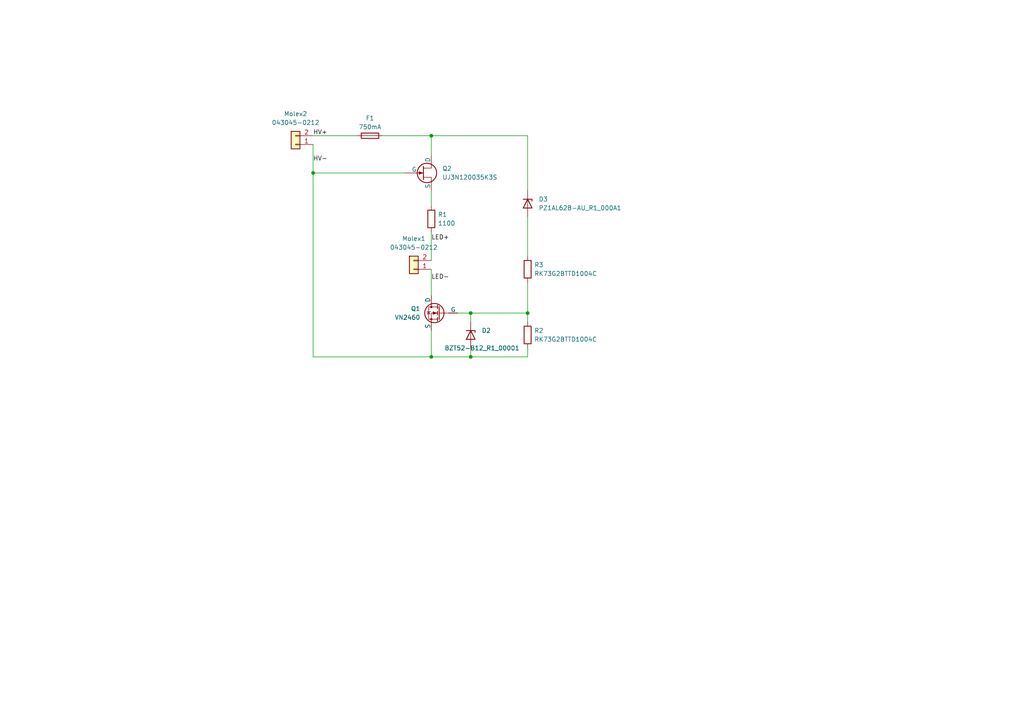
<source format=kicad_sch>
(kicad_sch (version 20230121) (generator eeschema)

  (uuid d0262e13-a8ab-42db-962e-1ef7dd9c8d4a)

  (paper "A4")

  (lib_symbols
    (symbol "Connector_Generic:Conn_01x02" (pin_names (offset 1.016) hide) (in_bom yes) (on_board yes)
      (property "Reference" "J" (at 0 2.54 0)
        (effects (font (size 1.27 1.27)))
      )
      (property "Value" "Conn_01x02" (at 0 -5.08 0)
        (effects (font (size 1.27 1.27)))
      )
      (property "Footprint" "" (at 0 0 0)
        (effects (font (size 1.27 1.27)) hide)
      )
      (property "Datasheet" "~" (at 0 0 0)
        (effects (font (size 1.27 1.27)) hide)
      )
      (property "ki_keywords" "connector" (at 0 0 0)
        (effects (font (size 1.27 1.27)) hide)
      )
      (property "ki_description" "Generic connector, single row, 01x02, script generated (kicad-library-utils/schlib/autogen/connector/)" (at 0 0 0)
        (effects (font (size 1.27 1.27)) hide)
      )
      (property "ki_fp_filters" "Connector*:*_1x??_*" (at 0 0 0)
        (effects (font (size 1.27 1.27)) hide)
      )
      (symbol "Conn_01x02_1_1"
        (rectangle (start -1.27 -2.413) (end 0 -2.667)
          (stroke (width 0.1524) (type default))
          (fill (type none))
        )
        (rectangle (start -1.27 0.127) (end 0 -0.127)
          (stroke (width 0.1524) (type default))
          (fill (type none))
        )
        (rectangle (start -1.27 1.27) (end 1.27 -3.81)
          (stroke (width 0.254) (type default))
          (fill (type background))
        )
        (pin passive line (at -5.08 0 0) (length 3.81)
          (name "Pin_1" (effects (font (size 1.27 1.27))))
          (number "1" (effects (font (size 1.27 1.27))))
        )
        (pin passive line (at -5.08 -2.54 0) (length 3.81)
          (name "Pin_2" (effects (font (size 1.27 1.27))))
          (number "2" (effects (font (size 1.27 1.27))))
        )
      )
    )
    (symbol "Device:D_Zener" (pin_numbers hide) (pin_names (offset 1.016) hide) (in_bom yes) (on_board yes)
      (property "Reference" "D" (at 0 2.54 0)
        (effects (font (size 1.27 1.27)))
      )
      (property "Value" "D_Zener" (at 0 -2.54 0)
        (effects (font (size 1.27 1.27)))
      )
      (property "Footprint" "" (at 0 0 0)
        (effects (font (size 1.27 1.27)) hide)
      )
      (property "Datasheet" "~" (at 0 0 0)
        (effects (font (size 1.27 1.27)) hide)
      )
      (property "ki_keywords" "diode" (at 0 0 0)
        (effects (font (size 1.27 1.27)) hide)
      )
      (property "ki_description" "Zener diode" (at 0 0 0)
        (effects (font (size 1.27 1.27)) hide)
      )
      (property "ki_fp_filters" "TO-???* *_Diode_* *SingleDiode* D_*" (at 0 0 0)
        (effects (font (size 1.27 1.27)) hide)
      )
      (symbol "D_Zener_0_1"
        (polyline
          (pts
            (xy 1.27 0)
            (xy -1.27 0)
          )
          (stroke (width 0) (type default))
          (fill (type none))
        )
        (polyline
          (pts
            (xy -1.27 -1.27)
            (xy -1.27 1.27)
            (xy -0.762 1.27)
          )
          (stroke (width 0.254) (type default))
          (fill (type none))
        )
        (polyline
          (pts
            (xy 1.27 -1.27)
            (xy 1.27 1.27)
            (xy -1.27 0)
            (xy 1.27 -1.27)
          )
          (stroke (width 0.254) (type default))
          (fill (type none))
        )
      )
      (symbol "D_Zener_1_1"
        (pin passive line (at -3.81 0 0) (length 2.54)
          (name "K" (effects (font (size 1.27 1.27))))
          (number "1" (effects (font (size 1.27 1.27))))
        )
        (pin passive line (at 3.81 0 180) (length 2.54)
          (name "A" (effects (font (size 1.27 1.27))))
          (number "2" (effects (font (size 1.27 1.27))))
        )
      )
    )
    (symbol "Device:Fuse" (pin_numbers hide) (pin_names (offset 0)) (in_bom yes) (on_board yes)
      (property "Reference" "F" (at 2.032 0 90)
        (effects (font (size 1.27 1.27)))
      )
      (property "Value" "Fuse" (at -1.905 0 90)
        (effects (font (size 1.27 1.27)))
      )
      (property "Footprint" "" (at -1.778 0 90)
        (effects (font (size 1.27 1.27)) hide)
      )
      (property "Datasheet" "~" (at 0 0 0)
        (effects (font (size 1.27 1.27)) hide)
      )
      (property "ki_keywords" "fuse" (at 0 0 0)
        (effects (font (size 1.27 1.27)) hide)
      )
      (property "ki_description" "Fuse" (at 0 0 0)
        (effects (font (size 1.27 1.27)) hide)
      )
      (property "ki_fp_filters" "*Fuse*" (at 0 0 0)
        (effects (font (size 1.27 1.27)) hide)
      )
      (symbol "Fuse_0_1"
        (rectangle (start -0.762 -2.54) (end 0.762 2.54)
          (stroke (width 0.254) (type default))
          (fill (type none))
        )
        (polyline
          (pts
            (xy 0 2.54)
            (xy 0 -2.54)
          )
          (stroke (width 0) (type default))
          (fill (type none))
        )
      )
      (symbol "Fuse_1_1"
        (pin passive line (at 0 3.81 270) (length 1.27)
          (name "~" (effects (font (size 1.27 1.27))))
          (number "1" (effects (font (size 1.27 1.27))))
        )
        (pin passive line (at 0 -3.81 90) (length 1.27)
          (name "~" (effects (font (size 1.27 1.27))))
          (number "2" (effects (font (size 1.27 1.27))))
        )
      )
    )
    (symbol "Device:R" (pin_numbers hide) (pin_names (offset 0)) (in_bom yes) (on_board yes)
      (property "Reference" "R" (at 2.032 0 90)
        (effects (font (size 1.27 1.27)))
      )
      (property "Value" "R" (at 0 0 90)
        (effects (font (size 1.27 1.27)))
      )
      (property "Footprint" "" (at -1.778 0 90)
        (effects (font (size 1.27 1.27)) hide)
      )
      (property "Datasheet" "~" (at 0 0 0)
        (effects (font (size 1.27 1.27)) hide)
      )
      (property "ki_keywords" "R res resistor" (at 0 0 0)
        (effects (font (size 1.27 1.27)) hide)
      )
      (property "ki_description" "Resistor" (at 0 0 0)
        (effects (font (size 1.27 1.27)) hide)
      )
      (property "ki_fp_filters" "R_*" (at 0 0 0)
        (effects (font (size 1.27 1.27)) hide)
      )
      (symbol "R_0_1"
        (rectangle (start -1.016 -2.54) (end 1.016 2.54)
          (stroke (width 0.254) (type default))
          (fill (type none))
        )
      )
      (symbol "R_1_1"
        (pin passive line (at 0 3.81 270) (length 1.27)
          (name "~" (effects (font (size 1.27 1.27))))
          (number "1" (effects (font (size 1.27 1.27))))
        )
        (pin passive line (at 0 -3.81 90) (length 1.27)
          (name "~" (effects (font (size 1.27 1.27))))
          (number "2" (effects (font (size 1.27 1.27))))
        )
      )
    )
    (symbol "Simulation_SPICE:NJFET" (pin_numbers hide) (pin_names (offset 0)) (in_bom yes) (on_board yes)
      (property "Reference" "Q2" (at 5.715 1.27 0)
        (effects (font (size 1.27 1.27)) (justify left))
      )
      (property "Value" "UJ3N120035K3S" (at 5.715 -1.27 0)
        (effects (font (size 1.27 1.27)) (justify left))
      )
      (property "Footprint" "Package_TO_SOT_THT:TO-247-3_Horizontal_TabDown" (at 5.08 2.54 0)
        (effects (font (size 1.27 1.27)) hide)
      )
      (property "Datasheet" "~" (at 0 0 0)
        (effects (font (size 1.27 1.27)) hide)
      )
      (property "Sim.Device" "NJFET" (at 0 0 0)
        (effects (font (size 1.27 1.27)) hide)
      )
      (property "Sim.Type" "SHICHMANHODGES" (at 0 0 0)
        (effects (font (size 1.27 1.27)) hide)
      )
      (property "Sim.Pins" "1=D 2=G 3=S" (at 0 0 0)
        (effects (font (size 1.27 1.27)) hide)
      )
      (property "ki_keywords" "transistor NJFET N-JFET" (at 0 0 0)
        (effects (font (size 1.27 1.27)) hide)
      )
      (property "ki_description" "N-JFET transistor, for simulation only" (at 0 0 0)
        (effects (font (size 1.27 1.27)) hide)
      )
      (symbol "NJFET_0_1"
        (polyline
          (pts
            (xy 0.254 1.905)
            (xy 0.254 -1.905)
            (xy 0.254 -1.905)
          )
          (stroke (width 0.254) (type default))
          (fill (type none))
        )
        (polyline
          (pts
            (xy 2.54 -2.54)
            (xy 2.54 -1.27)
            (xy 0.254 -1.27)
          )
          (stroke (width 0) (type default))
          (fill (type none))
        )
        (polyline
          (pts
            (xy 2.54 2.54)
            (xy 2.54 1.397)
            (xy 0.254 1.397)
          )
          (stroke (width 0) (type default))
          (fill (type none))
        )
        (polyline
          (pts
            (xy 0 0)
            (xy -1.016 0.381)
            (xy -1.016 -0.381)
            (xy 0 0)
          )
          (stroke (width 0) (type default))
          (fill (type outline))
        )
        (circle (center 1.27 0) (radius 2.8194)
          (stroke (width 0.254) (type default))
          (fill (type none))
        )
      )
      (symbol "NJFET_1_1"
        (pin input line (at -5.08 0 0) (length 5.334)
          (name "G" (effects (font (size 1.27 1.27))))
          (number "1" (effects (font (size 1.27 1.27))))
        )
        (pin passive line (at 2.54 5.08 270) (length 2.54)
          (name "D" (effects (font (size 1.27 1.27))))
          (number "2" (effects (font (size 1.27 1.27))))
        )
        (pin passive line (at 2.54 -5.08 90) (length 2.54)
          (name "S" (effects (font (size 1.27 1.27))))
          (number "3" (effects (font (size 1.27 1.27))))
        )
      )
    )
    (symbol "Simulation_SPICE:NMOS" (pin_numbers hide) (pin_names (offset 0)) (in_bom yes) (on_board yes)
      (property "Reference" "Q1" (at 5.715 1.27 0)
        (effects (font (size 1.27 1.27)) (justify left))
      )
      (property "Value" "VN2460" (at 5.715 -1.27 0)
        (effects (font (size 1.27 1.27)) (justify left))
      )
      (property "Footprint" "Package_TO_SOT_THT:TO-92" (at 5.08 2.54 0)
        (effects (font (size 1.27 1.27)) hide)
      )
      (property "Datasheet" "https://ngspice.sourceforge.io/docs/ngspice-manual.pdf" (at 0 -12.7 0)
        (effects (font (size 1.27 1.27)) hide)
      )
      (property "Sim.Device" "NMOS" (at 0 -17.145 0)
        (effects (font (size 1.27 1.27)) hide)
      )
      (property "Sim.Type" "VDMOS" (at 0 -19.05 0)
        (effects (font (size 1.27 1.27)) hide)
      )
      (property "Sim.Pins" "1=D 2=G 3=S" (at 0 -15.24 0)
        (effects (font (size 1.27 1.27)) hide)
      )
      (property "ki_keywords" "transistor NMOS N-MOS N-MOSFET simulation" (at 0 0 0)
        (effects (font (size 1.27 1.27)) hide)
      )
      (property "ki_description" "N-MOSFET transistor, drain/source/gate" (at 0 0 0)
        (effects (font (size 1.27 1.27)) hide)
      )
      (symbol "NMOS_0_1"
        (polyline
          (pts
            (xy 0.254 0)
            (xy -2.54 0)
          )
          (stroke (width 0) (type default))
          (fill (type none))
        )
        (polyline
          (pts
            (xy 0.254 1.905)
            (xy 0.254 -1.905)
          )
          (stroke (width 0.254) (type default))
          (fill (type none))
        )
        (polyline
          (pts
            (xy 0.762 -1.27)
            (xy 0.762 -2.286)
          )
          (stroke (width 0.254) (type default))
          (fill (type none))
        )
        (polyline
          (pts
            (xy 0.762 0.508)
            (xy 0.762 -0.508)
          )
          (stroke (width 0.254) (type default))
          (fill (type none))
        )
        (polyline
          (pts
            (xy 0.762 2.286)
            (xy 0.762 1.27)
          )
          (stroke (width 0.254) (type default))
          (fill (type none))
        )
        (polyline
          (pts
            (xy 2.54 2.54)
            (xy 2.54 1.778)
          )
          (stroke (width 0) (type default))
          (fill (type none))
        )
        (polyline
          (pts
            (xy 2.54 -2.54)
            (xy 2.54 0)
            (xy 0.762 0)
          )
          (stroke (width 0) (type default))
          (fill (type none))
        )
        (polyline
          (pts
            (xy 0.762 -1.778)
            (xy 3.302 -1.778)
            (xy 3.302 1.778)
            (xy 0.762 1.778)
          )
          (stroke (width 0) (type default))
          (fill (type none))
        )
        (polyline
          (pts
            (xy 1.016 0)
            (xy 2.032 0.381)
            (xy 2.032 -0.381)
            (xy 1.016 0)
          )
          (stroke (width 0) (type default))
          (fill (type outline))
        )
        (polyline
          (pts
            (xy 2.794 0.508)
            (xy 2.921 0.381)
            (xy 3.683 0.381)
            (xy 3.81 0.254)
          )
          (stroke (width 0) (type default))
          (fill (type none))
        )
        (polyline
          (pts
            (xy 3.302 0.381)
            (xy 2.921 -0.254)
            (xy 3.683 -0.254)
            (xy 3.302 0.381)
          )
          (stroke (width 0) (type default))
          (fill (type none))
        )
        (circle (center 1.651 0) (radius 2.794)
          (stroke (width 0.254) (type default))
          (fill (type none))
        )
        (circle (center 2.54 -1.778) (radius 0.254)
          (stroke (width 0) (type default))
          (fill (type outline))
        )
        (circle (center 2.54 1.778) (radius 0.254)
          (stroke (width 0) (type default))
          (fill (type outline))
        )
      )
      (symbol "NMOS_1_1"
        (pin passive line (at 2.54 -5.08 90) (length 2.54)
          (name "S" (effects (font (size 1.27 1.27))))
          (number "1" (effects (font (size 1.27 1.27))))
        )
        (pin input line (at -5.08 0 0) (length 2.54)
          (name "G" (effects (font (size 1.27 1.27))))
          (number "2" (effects (font (size 1.27 1.27))))
        )
        (pin passive line (at 2.54 5.08 270) (length 2.54)
          (name "D" (effects (font (size 1.27 1.27))))
          (number "3" (effects (font (size 1.27 1.27))))
        )
      )
    )
  )

  (junction (at 90.805 50.165) (diameter 0) (color 0 0 0 0)
    (uuid 004363d5-6175-4231-8a4f-49e7f99b0da5)
  )
  (junction (at 125.095 39.37) (diameter 0) (color 0 0 0 0)
    (uuid 5ed733c4-cea3-4a23-9a2a-148f2c858fbd)
  )
  (junction (at 153.035 90.805) (diameter 0) (color 0 0 0 0)
    (uuid 859a40b9-1ec8-44d5-9d46-8a2b1cef5ef3)
  )
  (junction (at 136.525 103.505) (diameter 0) (color 0 0 0 0)
    (uuid b5ae9fa1-cb92-4359-af29-58a8430fb61e)
  )
  (junction (at 125.095 103.505) (diameter 0) (color 0 0 0 0)
    (uuid e338606f-20d5-4c64-bbe6-8d4c91062c69)
  )
  (junction (at 136.525 90.805) (diameter 0) (color 0 0 0 0)
    (uuid e6f05ca1-a590-472d-829e-2f614e579656)
  )

  (wire (pts (xy 153.035 62.865) (xy 153.035 74.295))
    (stroke (width 0) (type default))
    (uuid 0ee53856-b6a0-4068-be06-d84eb002cd82)
  )
  (wire (pts (xy 111.125 39.37) (xy 125.095 39.37))
    (stroke (width 0) (type default))
    (uuid 1f929640-d5a3-4c03-bc9a-1d93cf7d16ac)
  )
  (wire (pts (xy 125.095 55.245) (xy 125.095 59.69))
    (stroke (width 0) (type default))
    (uuid 216039f0-7cbc-46f2-8a6e-cf72502bf5e8)
  )
  (wire (pts (xy 125.095 103.505) (xy 90.805 103.505))
    (stroke (width 0) (type default))
    (uuid 25e6ea8c-37b5-4552-bd3a-9762909c235f)
  )
  (wire (pts (xy 90.805 50.165) (xy 117.475 50.165))
    (stroke (width 0) (type default))
    (uuid 341f4eb5-9cec-4865-b8f3-1c7b783bc8a5)
  )
  (wire (pts (xy 136.525 103.505) (xy 153.035 103.505))
    (stroke (width 0) (type default))
    (uuid 350d002d-8bfa-477a-8100-4626c45e6f4d)
  )
  (wire (pts (xy 90.805 50.165) (xy 90.805 41.91))
    (stroke (width 0) (type default))
    (uuid 370954aa-129e-49ba-9511-23252c278e8b)
  )
  (wire (pts (xy 153.035 90.805) (xy 153.035 81.915))
    (stroke (width 0) (type default))
    (uuid 3bee794f-aff2-4f05-9db2-ed7fd9ad751d)
  )
  (wire (pts (xy 136.525 90.805) (xy 136.525 93.345))
    (stroke (width 0) (type default))
    (uuid 43862d80-8223-4b6c-ae84-f79fbb240e5b)
  )
  (wire (pts (xy 153.035 103.505) (xy 153.035 100.965))
    (stroke (width 0) (type default))
    (uuid 4ad9243c-dd94-46a7-bce2-1b3525901bf5)
  )
  (wire (pts (xy 153.035 39.37) (xy 125.095 39.37))
    (stroke (width 0) (type default))
    (uuid 4cc5cb57-174a-4903-bd6f-0427bc157b01)
  )
  (wire (pts (xy 136.525 90.805) (xy 153.035 90.805))
    (stroke (width 0) (type default))
    (uuid 4dc690d9-5d82-47da-b836-62d6ef439919)
  )
  (wire (pts (xy 125.095 39.37) (xy 125.095 45.085))
    (stroke (width 0) (type default))
    (uuid 517da0be-b747-4d00-8472-8c200239d50c)
  )
  (wire (pts (xy 90.805 39.37) (xy 103.505 39.37))
    (stroke (width 0) (type default))
    (uuid 61480201-08fa-41ec-8e14-3d80bce935dc)
  )
  (wire (pts (xy 153.035 55.245) (xy 153.035 39.37))
    (stroke (width 0) (type default))
    (uuid 621da75e-9138-4199-bb8d-de20207b13e9)
  )
  (wire (pts (xy 132.715 90.805) (xy 136.525 90.805))
    (stroke (width 0) (type default))
    (uuid 753e4b1b-55bd-43ae-8ae5-cd392bef38e7)
  )
  (wire (pts (xy 125.095 103.505) (xy 136.525 103.505))
    (stroke (width 0) (type default))
    (uuid 7c24f084-024e-4e8e-bb13-091fd7c7fd9c)
  )
  (wire (pts (xy 136.525 103.505) (xy 136.525 100.965))
    (stroke (width 0) (type default))
    (uuid 94d13fb8-586a-429c-9698-3a3a7e5acb29)
  )
  (wire (pts (xy 153.035 90.805) (xy 153.035 93.345))
    (stroke (width 0) (type default))
    (uuid 9954352e-e127-44c6-965d-c36b8741119d)
  )
  (wire (pts (xy 125.095 95.885) (xy 125.095 103.505))
    (stroke (width 0) (type default))
    (uuid a067bec5-0b4a-4471-a98b-79cba783bd40)
  )
  (wire (pts (xy 125.095 67.31) (xy 125.095 75.565))
    (stroke (width 0) (type default))
    (uuid be22b5a0-1758-43f8-b111-db7557dc9593)
  )
  (wire (pts (xy 90.805 103.505) (xy 90.805 50.165))
    (stroke (width 0) (type default))
    (uuid c14aca11-1be2-4aa3-b004-c7c5ddaf66fb)
  )
  (wire (pts (xy 125.095 78.105) (xy 125.095 85.725))
    (stroke (width 0) (type default))
    (uuid d8779a7c-5357-454d-a189-9d3b12b01547)
  )

  (label "LED+" (at 125.095 69.85 0) (fields_autoplaced)
    (effects (font (size 1.27 1.27)) (justify left bottom))
    (uuid 4cb75a47-c95e-4978-a517-91337e8d12db)
  )
  (label "HV-" (at 90.805 46.99 0) (fields_autoplaced)
    (effects (font (size 1.27 1.27)) (justify left bottom))
    (uuid 57221a4b-fc83-472f-bfcb-66d452c2178a)
  )
  (label "LED-" (at 125.095 81.28 0) (fields_autoplaced)
    (effects (font (size 1.27 1.27)) (justify left bottom))
    (uuid 81073f37-b909-4b75-8fc3-3d51d6702154)
  )
  (label "HV+" (at 90.805 39.37 0) (fields_autoplaced)
    (effects (font (size 1.27 1.27)) (justify left bottom))
    (uuid a43e69d4-fcf8-4ce3-a2f7-6aadeb07416d)
  )

  (symbol (lib_id "Device:R") (at 125.095 63.5 0) (unit 1)
    (in_bom yes) (on_board yes) (dnp no) (fields_autoplaced)
    (uuid 0df17fd2-b988-4fa3-87cb-b49bdf5d82c0)
    (property "Reference" "R1" (at 127 62.23 0)
      (effects (font (size 1.27 1.27)) (justify left))
    )
    (property "Value" "1100" (at 127 64.77 0)
      (effects (font (size 1.27 1.27)) (justify left))
    )
    (property "Footprint" "Resistor_THT:R_Axial_DIN0207_L6.3mm_D2.5mm_P7.62mm_Horizontal" (at 123.317 63.5 90)
      (effects (font (size 1.27 1.27)) hide)
    )
    (property "Datasheet" "~" (at 125.095 63.5 0)
      (effects (font (size 1.27 1.27)) hide)
    )
    (pin "1" (uuid 8533fd02-55e9-4922-a7ca-7f7012bf1ebb))
    (pin "2" (uuid 9e4819c3-61c5-4eed-85cd-47c12d1542a8))
    (instances
      (project "voltage_indicator"
        (path "/d0262e13-a8ab-42db-962e-1ef7dd9c8d4a"
          (reference "R1") (unit 1)
        )
      )
    )
  )

  (symbol (lib_id "Simulation_SPICE:NMOS") (at 127.635 90.805 0) (mirror y) (unit 1)
    (in_bom yes) (on_board yes) (dnp no)
    (uuid 16bd4508-3c52-4f53-ab4d-64ad23c92f34)
    (property "Reference" "Q1" (at 121.92 89.535 0)
      (effects (font (size 1.27 1.27)) (justify left))
    )
    (property "Value" "VN2460" (at 121.92 92.075 0)
      (effects (font (size 1.27 1.27)) (justify left))
    )
    (property "Footprint" "Package_TO_SOT_THT:TO-92" (at 122.555 88.265 0)
      (effects (font (size 1.27 1.27)) hide)
    )
    (property "Datasheet" "https://ngspice.sourceforge.io/docs/ngspice-manual.pdf" (at 127.635 103.505 0)
      (effects (font (size 1.27 1.27)) hide)
    )
    (property "Sim.Device" "NMOS" (at 127.635 107.95 0)
      (effects (font (size 1.27 1.27)) hide)
    )
    (property "Sim.Type" "VDMOS" (at 127.635 109.855 0)
      (effects (font (size 1.27 1.27)) hide)
    )
    (property "Sim.Pins" "1=D 2=G 3=S" (at 127.635 106.045 0)
      (effects (font (size 1.27 1.27)) hide)
    )
    (pin "1" (uuid 19f15c43-42b3-43ec-864d-0c8438c3a96a))
    (pin "2" (uuid d132f3ac-ee47-46f3-837a-0d2b076e9848))
    (pin "3" (uuid ba303fc9-c45a-4f93-843e-ed85ac230710))
    (instances
      (project "voltage_indicator"
        (path "/d0262e13-a8ab-42db-962e-1ef7dd9c8d4a"
          (reference "Q1") (unit 1)
        )
      )
    )
  )

  (symbol (lib_id "Connector_Generic:Conn_01x02") (at 120.015 78.105 180) (unit 1)
    (in_bom yes) (on_board yes) (dnp no) (fields_autoplaced)
    (uuid 2261a869-3b15-4f17-9ea9-b53111e5e7ac)
    (property "Reference" "Molex1" (at 120.015 69.215 0)
      (effects (font (size 1.27 1.27)))
    )
    (property "Value" "043045-0212" (at 120.015 71.755 0)
      (effects (font (size 1.27 1.27)))
    )
    (property "Footprint" "Connector_Molex:Molex_Micro-Fit_3.0_43045-0212_2x01_P3.00mm_Vertical" (at 120.015 78.105 0)
      (effects (font (size 1.27 1.27)) hide)
    )
    (property "Datasheet" "~" (at 120.015 78.105 0)
      (effects (font (size 1.27 1.27)) hide)
    )
    (pin "1" (uuid b0ec31bc-00e4-463c-80b9-7b262ed5f779))
    (pin "2" (uuid 2542834f-0cdf-4829-b65c-6567dd895e60))
    (instances
      (project "voltage_indicator"
        (path "/d0262e13-a8ab-42db-962e-1ef7dd9c8d4a"
          (reference "Molex1") (unit 1)
        )
      )
    )
  )

  (symbol (lib_id "Device:Fuse") (at 107.315 39.37 90) (unit 1)
    (in_bom yes) (on_board yes) (dnp no) (fields_autoplaced)
    (uuid 5c9ec402-afe1-4a20-8f6d-d8d93ab25fb8)
    (property "Reference" "F1" (at 107.315 34.29 90)
      (effects (font (size 1.27 1.27)))
    )
    (property "Value" "750mA" (at 107.315 36.83 90)
      (effects (font (size 1.27 1.27)))
    )
    (property "Footprint" "BK_PCS:FUSE_BK_PCS" (at 107.315 41.148 90)
      (effects (font (size 1.27 1.27)) hide)
    )
    (property "Datasheet" "~" (at 107.315 39.37 0)
      (effects (font (size 1.27 1.27)) hide)
    )
    (pin "1" (uuid ac8ebff1-e917-43d6-a5a5-1d8bafb2e07e))
    (pin "2" (uuid 3ab151de-63e7-4b27-8b9a-4a2329de45c5))
    (instances
      (project "voltage_indicator"
        (path "/d0262e13-a8ab-42db-962e-1ef7dd9c8d4a"
          (reference "F1") (unit 1)
        )
      )
    )
  )

  (symbol (lib_id "Device:R") (at 153.035 78.105 0) (unit 1)
    (in_bom yes) (on_board yes) (dnp no) (fields_autoplaced)
    (uuid 62521c6a-ff4b-4437-8a94-451461b98f51)
    (property "Reference" "R3" (at 154.94 76.835 0)
      (effects (font (size 1.27 1.27)) (justify left))
    )
    (property "Value" "RK73G2BTTD1004C" (at 154.94 79.375 0)
      (effects (font (size 1.27 1.27)) (justify left))
    )
    (property "Footprint" "Resistor_SMD:RESC3116X65N" (at 151.257 78.105 90)
      (effects (font (size 1.27 1.27)) hide)
    )
    (property "Datasheet" "~" (at 153.035 78.105 0)
      (effects (font (size 1.27 1.27)) hide)
    )
    (pin "1" (uuid 947048aa-bd29-459f-93a6-553a27544068))
    (pin "2" (uuid 95c1b240-abc2-4022-a5e0-4e573ba5ba5b))
    (instances
      (project "voltage_indicator"
        (path "/d0262e13-a8ab-42db-962e-1ef7dd9c8d4a"
          (reference "R3") (unit 1)
        )
      )
    )
  )

  (symbol (lib_id "Device:D_Zener") (at 153.035 59.055 270) (unit 1)
    (in_bom yes) (on_board yes) (dnp no) (fields_autoplaced)
    (uuid 78070f64-01df-4dc0-8e2e-68fa764bc54d)
    (property "Reference" "D3" (at 156.21 57.785 90)
      (effects (font (size 1.27 1.27)) (justify left))
    )
    (property "Value" "PZ1AL62B-AU_R1_000A1" (at 156.21 60.325 90)
      (effects (font (size 1.27 1.27)) (justify left))
    )
    (property "Footprint" "Diode_SMD:D_SOD-123F" (at 153.035 59.055 0)
      (effects (font (size 1.27 1.27)) hide)
    )
    (property "Datasheet" "~" (at 153.035 59.055 0)
      (effects (font (size 1.27 1.27)) hide)
    )
    (pin "1" (uuid 41b4037c-2865-4274-9e29-080d93d37a3e))
    (pin "2" (uuid 6d7c3802-3866-48d2-aec7-1f483e0ed8b3))
    (instances
      (project "voltage_indicator"
        (path "/d0262e13-a8ab-42db-962e-1ef7dd9c8d4a"
          (reference "D3") (unit 1)
        )
      )
    )
  )

  (symbol (lib_id "Connector_Generic:Conn_01x02") (at 85.725 41.91 180) (unit 1)
    (in_bom yes) (on_board yes) (dnp no) (fields_autoplaced)
    (uuid 9379312f-e8af-43ce-90f7-d5b18fd6d706)
    (property "Reference" "Molex2" (at 85.725 33.02 0)
      (effects (font (size 1.27 1.27)))
    )
    (property "Value" "043045-0212" (at 85.725 35.56 0)
      (effects (font (size 1.27 1.27)))
    )
    (property "Footprint" "Connector_Molex:Molex_Micro-Fit_3.0_43045-0212_2x01_P3.00mm_Vertical" (at 85.725 41.91 0)
      (effects (font (size 1.27 1.27)) hide)
    )
    (property "Datasheet" "~" (at 85.725 41.91 0)
      (effects (font (size 1.27 1.27)) hide)
    )
    (pin "1" (uuid 46a4f81e-c74f-4d6c-aa78-56793b73e5c3))
    (pin "2" (uuid 6a285d24-64f5-4b8c-a791-d4740fd5c112))
    (instances
      (project "voltage_indicator"
        (path "/d0262e13-a8ab-42db-962e-1ef7dd9c8d4a"
          (reference "Molex2") (unit 1)
        )
      )
    )
  )

  (symbol (lib_id "Simulation_SPICE:NJFET") (at 122.555 50.165 0) (unit 1)
    (in_bom yes) (on_board yes) (dnp no) (fields_autoplaced)
    (uuid aac51cca-f705-4c29-9008-00913ac337e6)
    (property "Reference" "Q2" (at 128.27 48.895 0)
      (effects (font (size 1.27 1.27)) (justify left))
    )
    (property "Value" "UJ3N120035K3S" (at 128.27 51.435 0)
      (effects (font (size 1.27 1.27)) (justify left))
    )
    (property "Footprint" "Package_TO_SOT_THT:TO-247-3_Horizontal_TabDown" (at 127.635 47.625 0)
      (effects (font (size 1.27 1.27)) hide)
    )
    (property "Datasheet" "~" (at 122.555 50.165 0)
      (effects (font (size 1.27 1.27)) hide)
    )
    (property "Sim.Device" "NJFET" (at 122.555 50.165 0)
      (effects (font (size 1.27 1.27)) hide)
    )
    (property "Sim.Type" "SHICHMANHODGES" (at 122.555 50.165 0)
      (effects (font (size 1.27 1.27)) hide)
    )
    (property "Sim.Pins" "1=D 2=G 3=S" (at 122.555 50.165 0)
      (effects (font (size 1.27 1.27)) hide)
    )
    (pin "2" (uuid e5b7107c-80f9-47df-869a-9ae5ac89dd96))
    (pin "1" (uuid 9cd9fe8a-7ebc-4cba-8292-fe80956dea72))
    (pin "3" (uuid f3aabfaa-be2a-4d52-9af9-6a5521161538))
    (instances
      (project "voltage_indicator"
        (path "/d0262e13-a8ab-42db-962e-1ef7dd9c8d4a"
          (reference "Q2") (unit 1)
        )
      )
    )
  )

  (symbol (lib_id "Device:R") (at 153.035 97.155 0) (unit 1)
    (in_bom yes) (on_board yes) (dnp no) (fields_autoplaced)
    (uuid f13ac75e-0a6e-404b-95a0-a53c336c846b)
    (property "Reference" "R2" (at 154.94 95.885 0)
      (effects (font (size 1.27 1.27)) (justify left))
    )
    (property "Value" "RK73G2BTTD1004C" (at 154.94 98.425 0)
      (effects (font (size 1.27 1.27)) (justify left))
    )
    (property "Footprint" "Resistor_SMD:RESC3116X65N" (at 151.257 97.155 90)
      (effects (font (size 1.27 1.27)) hide)
    )
    (property "Datasheet" "~" (at 153.035 97.155 0)
      (effects (font (size 1.27 1.27)) hide)
    )
    (pin "1" (uuid 0f230935-ca39-42e7-94cd-f5117c28febc))
    (pin "2" (uuid 07caa612-c88d-4b3b-9091-6624b628c895))
    (instances
      (project "voltage_indicator"
        (path "/d0262e13-a8ab-42db-962e-1ef7dd9c8d4a"
          (reference "R2") (unit 1)
        )
      )
    )
  )

  (symbol (lib_id "Device:D_Zener") (at 136.525 97.155 270) (unit 1)
    (in_bom yes) (on_board yes) (dnp no)
    (uuid f9589ab7-8953-4368-8f74-29a9d7f6f5fe)
    (property "Reference" "D2" (at 139.7 95.885 90)
      (effects (font (size 1.27 1.27)) (justify left))
    )
    (property "Value" "BZT52-B12_R1_00001" (at 128.905 100.965 90)
      (effects (font (size 1.27 1.27)) (justify left))
    )
    (property "Footprint" "Diode_SMD:D_SOD-123" (at 136.525 97.155 0)
      (effects (font (size 1.27 1.27)) hide)
    )
    (property "Datasheet" "~" (at 136.525 97.155 0)
      (effects (font (size 1.27 1.27)) hide)
    )
    (pin "1" (uuid 7a8ef8f4-d83a-4d64-95db-09024261c660))
    (pin "2" (uuid ca2498d4-2cdf-4264-acd9-5613744a57b3))
    (instances
      (project "voltage_indicator"
        (path "/d0262e13-a8ab-42db-962e-1ef7dd9c8d4a"
          (reference "D2") (unit 1)
        )
      )
    )
  )

  (sheet_instances
    (path "/" (page "1"))
  )
)

</source>
